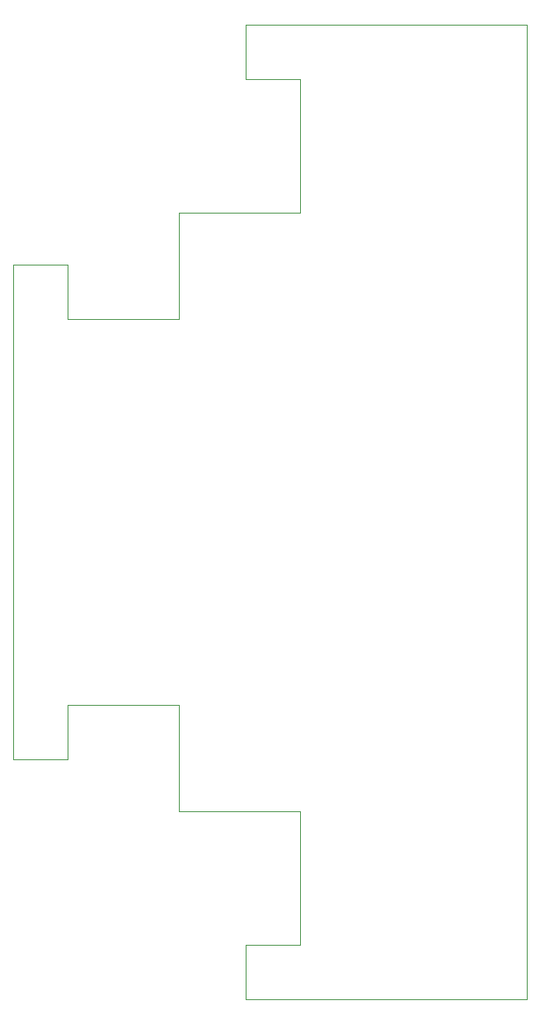
<source format=gbr>
%TF.GenerationSoftware,KiCad,Pcbnew,7.0.2*%
%TF.CreationDate,2023-05-20T11:27:23+02:00*%
%TF.ProjectId,octostrip,6f63746f-7374-4726-9970-2e6b69636164,rev?*%
%TF.SameCoordinates,Original*%
%TF.FileFunction,Profile,NP*%
%FSLAX46Y46*%
G04 Gerber Fmt 4.6, Leading zero omitted, Abs format (unit mm)*
G04 Created by KiCad (PCBNEW 7.0.2) date 2023-05-20 11:27:23*
%MOMM*%
%LPD*%
G01*
G04 APERTURE LIST*
%TA.AperFunction,Profile*%
%ADD10C,0.100000*%
%TD*%
G04 APERTURE END LIST*
D10*
X107336000Y-151638000D02*
X107336000Y-51562000D01*
X78486000Y-151638000D02*
X107336000Y-151638000D01*
X78486000Y-146050000D02*
X78486000Y-151638000D01*
X84074000Y-146050000D02*
X78486000Y-146050000D01*
X84074000Y-132334000D02*
X84074000Y-146050000D01*
X71628000Y-132334000D02*
X84074000Y-132334000D01*
X71628000Y-121412000D02*
X71628000Y-132334000D01*
X60198000Y-121412000D02*
X71628000Y-121412000D01*
X60198000Y-127000000D02*
X60198000Y-121412000D01*
X54610000Y-127000000D02*
X60198000Y-127000000D01*
X54610000Y-76200000D02*
X54610000Y-127000000D01*
X60198000Y-76200000D02*
X54610000Y-76200000D01*
X60198000Y-81788000D02*
X60198000Y-76200000D01*
X71628000Y-81788000D02*
X60198000Y-81788000D01*
X71628000Y-70866000D02*
X71628000Y-81788000D01*
X84074000Y-70866000D02*
X71628000Y-70866000D01*
X84074000Y-57150000D02*
X84074000Y-70866000D01*
X78486000Y-57150000D02*
X84074000Y-57150000D01*
X78486000Y-51562000D02*
X78486000Y-57150000D01*
X107336000Y-51562000D02*
X78486000Y-51562000D01*
M02*

</source>
